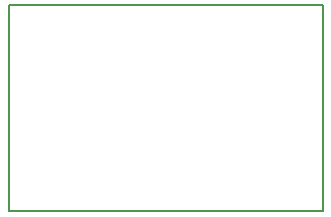
<source format=gbr>
G04 DipTrace 3.0.0.2*
G04 BoardOutline.gbr*
%MOIN*%
G04 #@! TF.FileFunction,Profile*
G04 #@! TF.Part,Single*
%ADD11C,0.005512*%
%FSLAX26Y26*%
G04*
G70*
G90*
G75*
G01*
G04 BoardOutline*
%LPD*%
X393701Y1078740D2*
D11*
X1440945D1*
Y393701D1*
X393701D1*
Y1078740D1*
M02*

</source>
